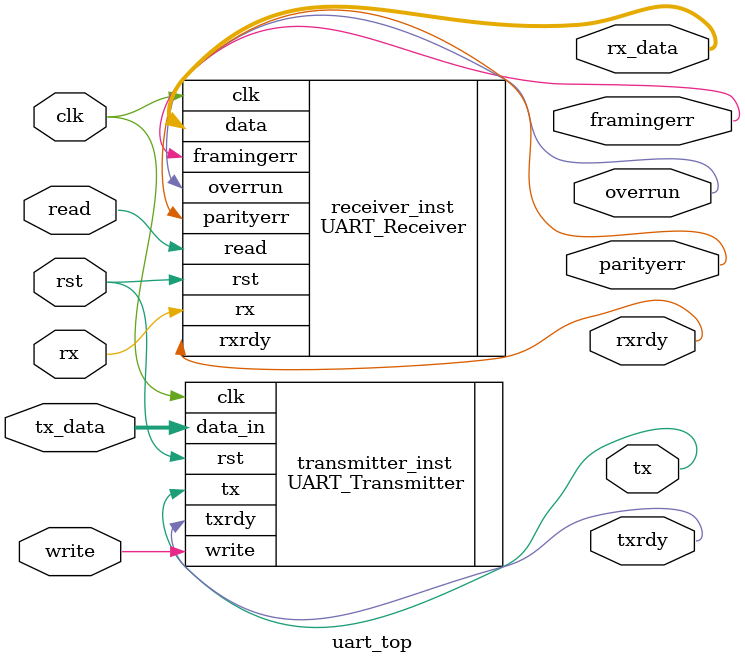
<source format=v>
module uart_top (
    input wire clk,
    input wire rst,
    input wire write,
    input wire read,
    input wire rx,
    input wire [7:0] tx_data, // Transmitted data
    output wire tx,
    output wire txrdy,
    output wire rxrdy,
    output wire parityerr,
    output wire framingerr,
    output wire overrun,
    output wire [7:0] rx_data  // Received data
);

    // Instantiate UART Transmitter
    UART_Transmitter transmitter_inst (
        .clk(clk),
        .rst(rst),
        .write(write),
        .data_in(tx_data),   // Corrected .data to .tx_data
        .tx(tx),
        .txrdy(txrdy)
    );

    // Instantiate UART Receiver
    UART_Receiver receiver_inst (
        .clk(clk),
        .rst(rst),
        .read(read),
        .data(rx_data),   // Receiver uses rx_data
        .rx(rx),
        .rxrdy(rxrdy),
        .parityerr(parityerr),
        .framingerr(framingerr),
        .overrun(overrun)
    );

endmodule


</source>
